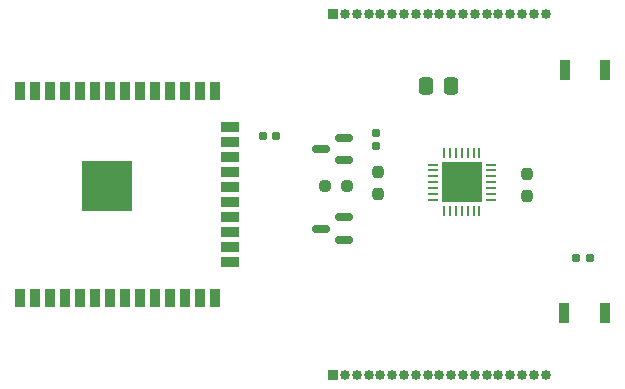
<source format=gbr>
%TF.GenerationSoftware,KiCad,Pcbnew,9.0.3*%
%TF.CreationDate,2025-08-23T20:39:03+05:00*%
%TF.ProjectId,esp-32-new,6573702d-3332-42d6-9e65-772e6b696361,rev?*%
%TF.SameCoordinates,Original*%
%TF.FileFunction,Soldermask,Bot*%
%TF.FilePolarity,Negative*%
%FSLAX46Y46*%
G04 Gerber Fmt 4.6, Leading zero omitted, Abs format (unit mm)*
G04 Created by KiCad (PCBNEW 9.0.3) date 2025-08-23 20:39:03*
%MOMM*%
%LPD*%
G01*
G04 APERTURE LIST*
G04 Aperture macros list*
%AMRoundRect*
0 Rectangle with rounded corners*
0 $1 Rounding radius*
0 $2 $3 $4 $5 $6 $7 $8 $9 X,Y pos of 4 corners*
0 Add a 4 corners polygon primitive as box body*
4,1,4,$2,$3,$4,$5,$6,$7,$8,$9,$2,$3,0*
0 Add four circle primitives for the rounded corners*
1,1,$1+$1,$2,$3*
1,1,$1+$1,$4,$5*
1,1,$1+$1,$6,$7*
1,1,$1+$1,$8,$9*
0 Add four rect primitives between the rounded corners*
20,1,$1+$1,$2,$3,$4,$5,0*
20,1,$1+$1,$4,$5,$6,$7,0*
20,1,$1+$1,$6,$7,$8,$9,0*
20,1,$1+$1,$8,$9,$2,$3,0*%
G04 Aperture macros list end*
%ADD10R,0.850000X0.850000*%
%ADD11C,0.850000*%
%ADD12RoundRect,0.155000X0.155000X-0.212500X0.155000X0.212500X-0.155000X0.212500X-0.155000X-0.212500X0*%
%ADD13RoundRect,0.237500X-0.237500X0.250000X-0.237500X-0.250000X0.237500X-0.250000X0.237500X0.250000X0*%
%ADD14RoundRect,0.062500X-0.337500X-0.062500X0.337500X-0.062500X0.337500X0.062500X-0.337500X0.062500X0*%
%ADD15RoundRect,0.062500X-0.062500X-0.337500X0.062500X-0.337500X0.062500X0.337500X-0.062500X0.337500X0*%
%ADD16R,3.350000X3.350000*%
%ADD17R,0.900000X1.500000*%
%ADD18R,1.500000X0.900000*%
%ADD19C,0.600000*%
%ADD20R,4.200000X4.200000*%
%ADD21RoundRect,0.150000X0.587500X0.150000X-0.587500X0.150000X-0.587500X-0.150000X0.587500X-0.150000X0*%
%ADD22R,0.900000X1.700000*%
%ADD23RoundRect,0.250000X0.337500X0.475000X-0.337500X0.475000X-0.337500X-0.475000X0.337500X-0.475000X0*%
%ADD24RoundRect,0.155000X0.212500X0.155000X-0.212500X0.155000X-0.212500X-0.155000X0.212500X-0.155000X0*%
%ADD25RoundRect,0.237500X0.237500X-0.250000X0.237500X0.250000X-0.237500X0.250000X-0.237500X-0.250000X0*%
%ADD26RoundRect,0.237500X0.250000X0.237500X-0.250000X0.237500X-0.250000X-0.237500X0.250000X-0.237500X0*%
G04 APERTURE END LIST*
D10*
%TO.C,J2*%
X96415000Y-94050000D03*
D11*
X97415000Y-94050000D03*
X98415000Y-94050000D03*
X99415000Y-94050000D03*
X100415000Y-94050000D03*
X101415000Y-94050000D03*
X102415000Y-94050000D03*
X103415000Y-94050000D03*
X104415000Y-94050000D03*
X105415000Y-94050000D03*
X106415000Y-94050000D03*
X107415000Y-94050000D03*
X108415000Y-94050000D03*
X109415000Y-94050000D03*
X110415000Y-94050000D03*
X111415000Y-94050000D03*
X112415000Y-94050000D03*
X113415000Y-94050000D03*
X114415000Y-94050000D03*
%TD*%
D12*
%TO.C,C5*%
X100010000Y-105250000D03*
X100010000Y-104115000D03*
%TD*%
D13*
%TO.C,R5*%
X112840000Y-107617500D03*
X112840000Y-109442500D03*
%TD*%
D14*
%TO.C,U2*%
X104860000Y-109800000D03*
X104860000Y-109300000D03*
X104860000Y-108800000D03*
X104860000Y-108300000D03*
X104860000Y-107800000D03*
X104860000Y-107300000D03*
X104860000Y-106800000D03*
D15*
X105810000Y-105850000D03*
X106310000Y-105850000D03*
X106810000Y-105850000D03*
X107310000Y-105850000D03*
X107810000Y-105850000D03*
X108310000Y-105850000D03*
X108810000Y-105850000D03*
D14*
X109760000Y-106800000D03*
X109760000Y-107300000D03*
X109760000Y-107800000D03*
X109760000Y-108300000D03*
X109760000Y-108800000D03*
X109760000Y-109300000D03*
X109760000Y-109800000D03*
D15*
X108810000Y-110750000D03*
X108310000Y-110750000D03*
X107810000Y-110750000D03*
X107310000Y-110750000D03*
X106810000Y-110750000D03*
X106310000Y-110750000D03*
X105810000Y-110750000D03*
D16*
X107310000Y-108300000D03*
%TD*%
D17*
%TO.C,U1*%
X69925000Y-100565000D03*
X71195000Y-100565000D03*
X72465000Y-100565000D03*
X73735000Y-100565000D03*
X75005000Y-100565000D03*
X76275000Y-100565000D03*
X77545000Y-100565000D03*
X78815000Y-100565000D03*
X80085000Y-100565000D03*
X81355000Y-100565000D03*
X82625000Y-100565000D03*
X83895000Y-100565000D03*
X85165000Y-100565000D03*
X86435000Y-100565000D03*
D18*
X87685000Y-103605000D03*
X87685000Y-104875000D03*
X87685000Y-106145000D03*
X87685000Y-107415000D03*
X87685000Y-108685000D03*
X87685000Y-109955000D03*
X87685000Y-111225000D03*
X87685000Y-112495000D03*
X87685000Y-113765000D03*
X87685000Y-115035000D03*
D17*
X86435000Y-118065000D03*
X85165000Y-118065000D03*
X83895000Y-118065000D03*
X82625000Y-118065000D03*
X81355000Y-118065000D03*
X80085000Y-118065000D03*
X78815000Y-118065000D03*
X77545000Y-118065000D03*
X76275000Y-118065000D03*
X75005000Y-118065000D03*
X73735000Y-118065000D03*
X72465000Y-118065000D03*
X71195000Y-118065000D03*
X69925000Y-118065000D03*
D19*
X78027500Y-107110000D03*
X76502500Y-107110000D03*
X78790000Y-107872500D03*
X77265000Y-107872500D03*
X75740000Y-107872500D03*
X78027500Y-108635000D03*
D20*
X77265000Y-108635000D03*
D19*
X76502500Y-108635000D03*
X78790000Y-109397500D03*
X77265000Y-109397500D03*
X75740000Y-109397500D03*
X78027500Y-110160000D03*
X76502500Y-110160000D03*
%TD*%
D21*
%TO.C,Q1*%
X97297500Y-104520000D03*
X97297500Y-106420000D03*
X95422500Y-105470000D03*
%TD*%
%TO.C,Q2*%
X97297500Y-111280000D03*
X97297500Y-113180000D03*
X95422500Y-112230000D03*
%TD*%
D22*
%TO.C,SW1*%
X119400000Y-119400000D03*
X116000000Y-119400000D03*
%TD*%
D23*
%TO.C,C4*%
X106367500Y-100130000D03*
X104292500Y-100130000D03*
%TD*%
D24*
%TO.C,C8*%
X118135000Y-114680000D03*
X117000000Y-114680000D03*
%TD*%
D25*
%TO.C,R6*%
X100200000Y-109282500D03*
X100200000Y-107457500D03*
%TD*%
D26*
%TO.C,R7*%
X97592500Y-108650000D03*
X95767500Y-108650000D03*
%TD*%
D10*
%TO.C,J3*%
X96415000Y-124590000D03*
D11*
X97415000Y-124590000D03*
X98415000Y-124590000D03*
X99415000Y-124590000D03*
X100415000Y-124590000D03*
X101415000Y-124590000D03*
X102415000Y-124590000D03*
X103415000Y-124590000D03*
X104415000Y-124590000D03*
X105415000Y-124590000D03*
X106415000Y-124590000D03*
X107415000Y-124590000D03*
X108415000Y-124590000D03*
X109415000Y-124590000D03*
X110415000Y-124590000D03*
X111415000Y-124590000D03*
X112415000Y-124590000D03*
X113415000Y-124590000D03*
X114415000Y-124590000D03*
%TD*%
D24*
%TO.C,C3*%
X91620000Y-104420000D03*
X90485000Y-104420000D03*
%TD*%
D22*
%TO.C,SW2*%
X119450000Y-98810000D03*
X116050000Y-98810000D03*
%TD*%
M02*

</source>
